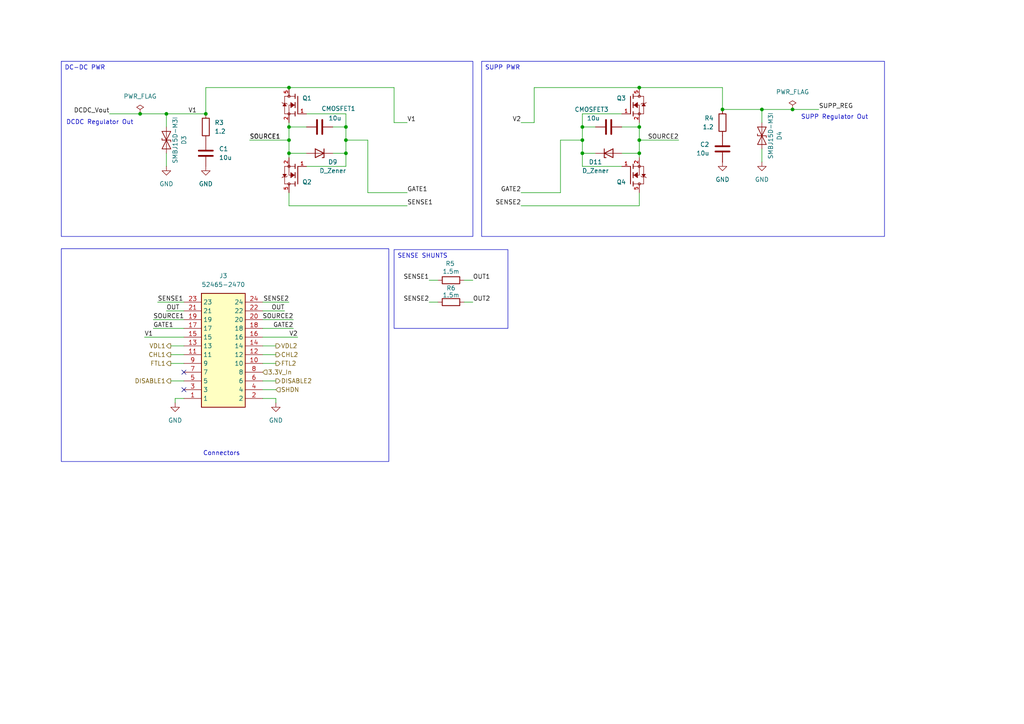
<source format=kicad_sch>
(kicad_sch (version 20250114) (generator "eeschema") (generator_version "9.0")
  (paper "A4")
  (lib_symbols
    (symbol "Device:D_Zener" (pin_numbers (hide yes)) (pin_names (offset 1.016) (hide yes))
      (property "Reference" "D" (at 0 2.54 0))
      (property "Value" "D_Zener" (at 0 -2.54 0))
      (symbol "D_Zener_0_1"
        (polyline (pts (xy -1.27 -1.27) (xy -1.27 1.27) (xy -0.762 1.27)) (stroke (width 0.254)))
        (polyline (pts (xy 1.27 0) (xy -1.27 0)))
        (polyline (pts (xy 1.27 -1.27) (xy 1.27 1.27) (xy -1.27 0) (xy 1.27 -1.27)) (stroke (width 0.254)))
      )
      (symbol "D_Zener_1_1"
        (pin passive line (at -3.81 0 0) (length 2.54) (name "K") (number "1"))
        (pin passive line (at 3.81 0 180) (length 2.54) (name "A") (number "2"))
      )
    )
    (symbol "Device:R" (pin_numbers (hide yes)) (pin_names (offset 0))
      (property "Reference" "R" (at 2.032 0 90))
      (property "Value" "R" (at 0 0 90))
      (symbol "R_0_1"
        (rectangle (start -1.016 -2.54) (end 1.016 2.54) (stroke (width 0.254)))
      )
      (symbol "R_1_1"
        (pin passive line (at 0 3.81 270) (length 1.27) (name "~") (number "1"))
        (pin passive line (at 0 -3.81 90) (length 1.27) (name "~") (number "2"))
      )
    )
    (symbol "ECE319K:C" (pin_numbers (hide yes)) (pin_names (offset 0.254))
      (property "Reference" "C" (at 0.635 2.54 0))
      (property "Value" "C" (at 0.635 -2.54 0))
      (symbol "C_0_1"
        (polyline (pts (xy -2.032 0.762) (xy 2.032 0.762)) (stroke (width 0.508)))
        (polyline (pts (xy -2.032 -0.762) (xy 2.032 -0.762)) (stroke (width 0.508)))
      )
      (symbol "C_1_1"
        (pin passive line (at 0 3.81 270) (length 2.794) (name "~") (number "1"))
        (pin passive line (at 0 -3.81 90) (length 2.794) (name "~") (number "2"))
      )
    )
    (symbol "PowerBoardLib:SMBJ15D-M3I" (pin_numbers (hide yes)) (pin_names (hide yes))
      (property "Reference" "D" (at 0 5.08 0))
      (property "Value" "SMBJ15D-M3I" (at 0 2.54 0))
      (symbol "SMBJ15D-M3I_0_1"
        (polyline (pts (xy -2.54 -1.27) (xy 0 0) (xy -2.54 1.27) (xy -2.54 -1.27)) (stroke (width 0.2032)))
        (polyline (pts (xy 0.508 1.27) (xy 0 1.27) (xy 0 -1.27) (xy -0.508 -1.27)) (stroke (width 0.2032)))
        (polyline (pts (xy 1.27 0) (xy -1.27 0)))
        (polyline (pts (xy 2.54 1.27) (xy 2.54 -1.27) (xy 0 0) (xy 2.54 1.27)) (stroke (width 0.2032)))
      )
      (symbol "SMBJ15D-M3I_1_1"
        (pin passive line (at -3.81 0 0) (length 2.54) (name "K") (number "1"))
        (pin passive line (at 3.81 0 180) (length 2.54) (name "A") (number "2"))
      )
    )
    (symbol "PowerBoardLib:SQJQ140E-T1_GE3" (pin_names (offset 1.016))
      (property "Reference" "Q" (at -8.89 2.54 0))
      (property "Value" "SQJQ140E-T1_GE3" (at -8.89 -7.62 0))
      (symbol "SQJQ140E-T1_GE3_0_0"
        (polyline (pts (xy 0 2.54) (xy 0 -2.54)) (stroke (width 0.254)))
        (polyline (pts (xy 0.762 3.175) (xy 0.762 2.54)) (stroke (width 0.254)))
        (polyline (pts (xy 0.762 2.54) (xy 0.762 1.905)) (stroke (width 0.254)))
        (polyline (pts (xy 0.762 2.54) (xy 3.81 2.54)) (stroke (width 0.1524)))
        (polyline (pts (xy 0.762 0.762) (xy 0.762 0)) (stroke (width 0.254)))
        (polyline (pts (xy 0.762 0) (xy 0.762 -0.762)) (stroke (width 0.254)))
        (polyline (pts (xy 0.762 0) (xy 2.54 0)) (stroke (width 0.1524)))
        (polyline (pts (xy 0.762 -1.905) (xy 0.762 -2.54)) (stroke (width 0.254)))
        (polyline (pts (xy 0.762 -2.54) (xy 0.762 -3.175)) (stroke (width 0.254)))
        (polyline (pts (xy 1.016 0) (xy 2.032 0.762) (xy 2.032 -0.762) (xy 1.016 0)) (stroke (width 0.1524)) (fill (type outline)))
        (circle (center 2.54 2.54) (radius 0.3592))
        (polyline (pts (xy 2.54 0) (xy 2.54 -2.54)) (stroke (width 0.1524)))
        (polyline (pts (xy 2.54 -2.54) (xy 0.762 -2.54)) (stroke (width 0.1524)))
        (polyline (pts (xy 2.54 -2.54) (xy 3.81 -2.54)) (stroke (width 0.1524)))
        (circle (center 2.54 -2.54) (radius 0.3592))
        (polyline (pts (xy 3.302 0.508) (xy 3.048 0.254)) (stroke (width 0.1524)))
        (polyline (pts (xy 3.81 2.54) (xy 3.81 0.508)) (stroke (width 0.1524)))
        (polyline (pts (xy 3.81 0.508) (xy 3.302 0.508)) (stroke (width 0.1524)))
        (polyline (pts (xy 3.81 0.508) (xy 3.81 -2.54)) (stroke (width 0.1524)))
        (polyline (pts (xy 3.81 0.508) (xy 3.302 -0.254) (xy 4.318 -0.254) (xy 3.81 0.508)) (stroke (width 0.1524)) (fill (type outline)))
        (polyline (pts (xy 4.318 0.508) (xy 3.81 0.508)) (stroke (width 0.1524)))
        (polyline (pts (xy 4.572 0.762) (xy 4.318 0.508)) (stroke (width 0.1524)))
        (pin passive line (at -2.54 -2.54 0) (length 2.54) (name "~") (number "1"))
        (pin passive line (at 2.54 5.08 270) (length 2.54) (name "~") (number "5"))
        (pin passive line (at 2.54 -5.08 90) (length 2.54) (name "~") (number "2"))
      )
      (symbol "SQJQ140E-T1_GE3_1_0"
        (pin passive line (at 2.54 -5.08 90) (length 2.54) (hide yes) (name "~") (number "3"))
        (pin passive line (at 2.54 -5.08 90) (length 2.54) (hide yes) (name "~") (number "4"))
      )
    )
    (symbol "power:GND" (power) (pin_numbers (hide yes)) (pin_names (offset 0) (hide yes))
      (property "Value" "GND" (at 0 -3.81 0))
      (symbol "GND_0_1"
        (polyline (pts (xy 0 0) (xy 0 -1.27) (xy 1.27 -1.27) (xy 0 -2.54) (xy -1.27 -1.27) (xy 0 -1.27)))
      )
      (symbol "GND_1_1"
        (pin power_in line (at 0 0 270) (length 0) (name "~") (number "1"))
      )
    )
    (symbol "power:PWR_FLAG" (power) (pin_numbers (hide yes)) (pin_names (offset 0) (hide yes))
      (property "Value" "PWR_FLAG" (at 0 3.81 0))
      (symbol "PWR_FLAG_0_0"
        (pin power_out line (at 0 0 90) (length 0) (name "~") (number "1"))
      )
      (symbol "PWR_FLAG_0_1"
        (polyline (pts (xy 0 0) (xy 0 1.27) (xy -1.016 1.905) (xy 0 2.54) (xy 1.016 1.905) (xy 0 1.27)))
      )
    )
    (symbol "utsvt_connectors:52465-2470"
      (property "Reference" "J" (at 10.16 7.366 0))
      (property "Value" "52465-2470" (at 5.334 4.826 0))
      (symbol "52465-2470_1_1"
        (rectangle (start 5.08 2.54) (end 17.78 -30.48) (stroke (width 0.254)) (fill (type background)))
        (pin passive line (at 0 0 0) (length 5.08) (name "23") (number "23"))
        (pin passive line (at 0 -2.54 0) (length 5.08) (name "21") (number "21"))
        (pin passive line (at 0 -5.08 0) (length 5.08) (name "19") (number "19"))
        (pin passive line (at 0 -7.62 0) (length 5.08) (name "17") (number "17"))
        (pin passive line (at 0 -10.16 0) (length 5.08) (name "15") (number "15"))
        (pin passive line (at 0 -12.7 0) (length 5.08) (name "13") (number "13"))
        (pin passive line (at 0 -15.24 0) (length 5.08) (name "11") (number "11"))
        (pin passive line (at 0 -17.78 0) (length 5.08) (name "9") (number "9"))
        (pin passive line (at 0 -20.32 0) (length 5.08) (name "7") (number "7"))
        (pin passive line (at 0 -22.86 0) (length 5.08) (name "5") (number "5"))
        (pin passive line (at 0 -25.4 0) (length 5.08) (name "3") (number "3"))
        (pin passive line (at 0 -27.94 0) (length 5.08) (name "1") (number "1"))
        (pin passive line (at 22.86 0 180) (length 5.08) (name "24") (number "24"))
        (pin passive line (at 22.86 -2.54 180) (length 5.08) (name "22") (number "22"))
        (pin passive line (at 22.86 -5.08 180) (length 5.08) (name "20") (number "20"))
        (pin passive line (at 22.86 -7.62 180) (length 5.08) (name "18") (number "18"))
        (pin passive line (at 22.86 -10.16 180) (length 5.08) (name "16") (number "16"))
        (pin passive line (at 22.86 -12.7 180) (length 5.08) (name "14") (number "14"))
        (pin passive line (at 22.86 -15.24 180) (length 5.08) (name "12") (number "12"))
        (pin passive line (at 22.86 -17.78 180) (length 5.08) (name "10") (number "10"))
        (pin passive line (at 22.86 -20.32 180) (length 5.08) (name "8") (number "8"))
        (pin passive line (at 22.86 -22.86 180) (length 5.08) (name "6") (number "6"))
        (pin passive line (at 22.86 -25.4 180) (length 5.08) (name "4") (number "4"))
        (pin passive line (at 22.86 -27.94 180) (length 5.08) (name "2") (number "2"))
      )
    )
  )
  (rectangle (start 17.78 72.136) (end 112.776 133.858))
  (text "SUPP Regulator Out\n" (at 242.062 34.036 0) (effects (font (size 1.27 1.27))))
  (text "DCDC Regulator Out\n" (at 28.956 35.56 0) (effects (font (size 1.27 1.27))))
  (text "Connectors\n" (at 64.262 131.572 0) (effects (font (size 1.27 1.27))))
  (text_box "DC-DC PWR" (at 17.78 17.78 0) (size 119.38 50.8) (margins 0.9525 0.9525 0.9525 0.9525) (effects (font (size 1.27 1.27)) (justify left top)))
  (text_box "SENSE SHUNTS\n" (at 114.3 72.39 0) (size 33.02 22.86) (margins 0.9525 0.9525 0.9525 0.9525) (effects (font (size 1.27 1.27)) (justify left top)))
  (text_box "SUPP PWR\n" (at 139.7 17.78 0) (size 116.84 50.8) (margins 0.9525 0.9525 0.9525 0.9525) (effects (font (size 1.27 1.27)) (justify left top)))
  (junction (at 185.42 40.64))
  (junction (at 185.42 44.45))
  (junction (at 168.91 44.45))
  (junction (at 185.42 36.83))
  (junction (at 100.33 40.64))
  (junction (at 220.98 31.75))
  (junction (at 59.69 33.02))
  (junction (at 83.82 25.4))
  (junction (at 40.64 33.02))
  (junction (at 185.42 25.4))
  (junction (at 168.91 40.64))
  (junction (at 83.82 40.64))
  (junction (at 209.55 31.75))
  (junction (at 100.33 36.83))
  (junction (at 100.33 44.45))
  (junction (at 168.91 36.83))
  (junction (at 229.87 31.75))
  (junction (at 48.26 33.02))
  (junction (at 83.82 36.83))
  (junction (at 83.82 44.45))
  (no_connect (at 53.34 113.03))
  (no_connect (at 53.34 107.95))
  (wire (pts (xy 48.26 90.17) (xy 53.34 90.17)))
  (wire (pts (xy 76.2 105.41) (xy 80.01 105.41)))
  (wire (pts (xy 185.42 40.64) (xy 185.42 44.45)))
  (wire (pts (xy 83.82 44.45) (xy 83.82 45.72)))
  (wire (pts (xy 154.94 25.4) (xy 154.94 35.56)))
  (wire (pts (xy 83.82 36.83) (xy 83.82 40.64)))
  (wire (pts (xy 137.16 81.28) (xy 134.62 81.28)))
  (wire (pts (xy 220.98 31.75) (xy 209.55 31.75)))
  (wire (pts (xy 53.34 115.57) (xy 50.8 115.57)))
  (wire (pts (xy 124.46 87.63) (xy 127 87.63)))
  (wire (pts (xy 180.34 48.26) (xy 168.91 48.26)))
  (wire (pts (xy 172.72 44.45) (xy 168.91 44.45)))
  (wire (pts (xy 106.68 55.88) (xy 106.68 40.64)))
  (wire (pts (xy 124.46 81.28) (xy 127 81.28)))
  (wire (pts (xy 185.42 36.83) (xy 185.42 40.64)))
  (wire (pts (xy 168.91 33.02) (xy 168.91 36.83)))
  (wire (pts (xy 83.82 59.69) (xy 118.11 59.69)))
  (wire (pts (xy 49.53 102.87) (xy 53.34 102.87)))
  (wire (pts (xy 185.42 35.56) (xy 185.42 36.83)))
  (wire (pts (xy 31.75 33.02) (xy 40.64 33.02)))
  (wire (pts (xy 220.98 35.56) (xy 220.98 31.75)))
  (wire (pts (xy 41.91 97.79) (xy 53.34 97.79)))
  (wire (pts (xy 134.62 87.63) (xy 137.16 87.63)))
  (wire (pts (xy 96.52 44.45) (xy 100.33 44.45)))
  (wire (pts (xy 168.91 36.83) (xy 168.91 40.64)))
  (wire (pts (xy 48.26 48.26) (xy 48.26 44.45)))
  (wire (pts (xy 180.34 44.45) (xy 185.42 44.45)))
  (wire (pts (xy 76.2 90.17) (xy 82.55 90.17)))
  (wire (pts (xy 76.2 115.57) (xy 80.01 115.57)))
  (wire (pts (xy 114.3 35.56) (xy 118.11 35.56)))
  (wire (pts (xy 76.2 95.25) (xy 85.09 95.25)))
  (wire (pts (xy 44.45 95.25) (xy 53.34 95.25)))
  (wire (pts (xy 162.56 40.64) (xy 168.91 40.64)))
  (wire (pts (xy 83.82 55.88) (xy 83.82 59.69)))
  (wire (pts (xy 100.33 40.64) (xy 100.33 44.45)))
  (wire (pts (xy 50.8 115.57) (xy 50.8 116.84)))
  (wire (pts (xy 49.53 105.41) (xy 53.34 105.41)))
  (wire (pts (xy 44.45 92.71) (xy 53.34 92.71)))
  (wire (pts (xy 76.2 92.71) (xy 85.09 92.71)))
  (wire (pts (xy 151.13 59.69) (xy 185.42 59.69)))
  (wire (pts (xy 172.72 36.83) (xy 168.91 36.83)))
  (wire (pts (xy 151.13 55.88) (xy 162.56 55.88)))
  (wire (pts (xy 59.69 25.4) (xy 83.82 25.4)))
  (wire (pts (xy 76.2 100.33) (xy 80.01 100.33)))
  (wire (pts (xy 72.39 40.64) (xy 83.82 40.64)))
  (wire (pts (xy 100.33 33.02) (xy 100.33 36.83)))
  (wire (pts (xy 229.87 31.75) (xy 220.98 31.75)))
  (wire (pts (xy 229.87 31.75) (xy 237.49 31.75)))
  (wire (pts (xy 96.52 36.83) (xy 100.33 36.83)))
  (wire (pts (xy 45.72 87.63) (xy 53.34 87.63)))
  (wire (pts (xy 106.68 55.88) (xy 118.11 55.88)))
  (wire (pts (xy 88.9 36.83) (xy 83.82 36.83)))
  (wire (pts (xy 100.33 36.83) (xy 100.33 40.64)))
  (wire (pts (xy 83.82 35.56) (xy 83.82 36.83)))
  (wire (pts (xy 76.2 97.79) (xy 86.36 97.79)))
  (wire (pts (xy 76.2 102.87) (xy 80.01 102.87)))
  (wire (pts (xy 180.34 33.02) (xy 168.91 33.02)))
  (wire (pts (xy 180.34 36.83) (xy 185.42 36.83)))
  (wire (pts (xy 76.2 110.49) (xy 80.01 110.49)))
  (wire (pts (xy 59.69 33.02) (xy 59.69 25.4)))
  (wire (pts (xy 185.42 25.4) (xy 209.55 25.4)))
  (wire (pts (xy 76.2 113.03) (xy 80.01 113.03)))
  (wire (pts (xy 114.3 25.4) (xy 114.3 35.56)))
  (wire (pts (xy 88.9 48.26) (xy 100.33 48.26)))
  (wire (pts (xy 76.2 87.63) (xy 83.82 87.63)))
  (wire (pts (xy 83.82 40.64) (xy 83.82 44.45)))
  (wire (pts (xy 154.94 25.4) (xy 185.42 25.4)))
  (wire (pts (xy 48.26 36.83) (xy 48.26 33.02)))
  (wire (pts (xy 83.82 25.4) (xy 114.3 25.4)))
  (wire (pts (xy 168.91 44.45) (xy 168.91 48.26)))
  (wire (pts (xy 100.33 40.64) (xy 106.68 40.64)))
  (wire (pts (xy 209.55 31.75) (xy 209.55 25.4)))
  (wire (pts (xy 185.42 44.45) (xy 185.42 45.72)))
  (wire (pts (xy 49.53 110.49) (xy 53.34 110.49)))
  (wire (pts (xy 100.33 44.45) (xy 100.33 48.26)))
  (wire (pts (xy 40.64 33.02) (xy 48.26 33.02)))
  (wire (pts (xy 185.42 55.88) (xy 185.42 59.69)))
  (wire (pts (xy 49.53 100.33) (xy 53.34 100.33)))
  (wire (pts (xy 88.9 33.02) (xy 100.33 33.02)))
  (wire (pts (xy 80.01 115.57) (xy 80.01 116.84)))
  (wire (pts (xy 220.98 46.99) (xy 220.98 43.18)))
  (wire (pts (xy 196.85 40.64) (xy 185.42 40.64)))
  (wire (pts (xy 88.9 44.45) (xy 83.82 44.45)))
  (wire (pts (xy 162.56 40.64) (xy 162.56 55.88)))
  (wire (pts (xy 48.26 33.02) (xy 59.69 33.02)))
  (wire (pts (xy 168.91 40.64) (xy 168.91 44.45)))
  (wire (pts (xy 154.94 35.56) (xy 151.13 35.56)))
  (label "V1" (at 54.61 33.02 0))
  (label "GATE2" (at 85.09 95.25 180))
  (label "SUPP_REG" (at 237.49 31.75 0))
  (label "SOURCE2" (at 196.85 40.64 180))
  (label "SENSE1" (at 124.46 81.28 180))
  (label "DCDC_Vout" (at 31.75 33.02 180))
  (label "SENSE2" (at 151.13 59.69 180))
  (label "SENSE1" (at 118.11 59.69 0))
  (label "SOURCE1" (at 72.39 40.64 0))
  (label "OUT2" (at 137.16 87.63 0))
  (label "V2" (at 151.13 35.56 180))
  (label "GATE1" (at 118.11 55.88 0))
  (label "OUT" (at 48.26 90.17 0))
  (label "V1" (at 118.11 35.56 0))
  (label "SENSE1" (at 45.72 87.63 0))
  (label "V2" (at 86.36 97.79 180))
  (label "GATE2" (at 151.13 55.88 180))
  (label "SOURCE1" (at 72.39 40.64 0))
  (label "SENSE2" (at 124.46 87.63 180))
  (label "V1" (at 41.91 97.79 0))
  (label "SOURCE2" (at 85.09 92.71 180))
  (label "GATE1" (at 44.45 95.25 0))
  (label "SOURCE1" (at 44.45 92.71 0))
  (label "OUT" (at 82.55 90.17 180))
  (label "SENSE2" (at 83.82 87.63 180))
  (label "OUT1" (at 137.16 81.28 0))
  (hierarchical_label "VDL1" (shape output) (at 49.53 100.33 180))
  (hierarchical_label "DISABLE1" (shape output) (at 49.53 110.49 180))
  (hierarchical_label "FTL2" (shape output) (at 80.01 105.41 0))
  (hierarchical_label "3.3V_In" (shape input) (at 76.2 107.95 0))
  (hierarchical_label "SHDN" (shape input) (at 80.01 113.03 0))
  (hierarchical_label "FTL1" (shape output) (at 49.53 105.41 180))
  (hierarchical_label "DISABLE2" (shape output) (at 80.01 110.49 0))
  (hierarchical_label "VDL2" (shape output) (at 80.01 100.33 0))
  (hierarchical_label "CHL2" (shape output) (at 80.01 102.87 0))
  (hierarchical_label "CHL1" (shape output) (at 49.53 102.87 180))
  (symbol (lib_id "PowerBoardLib:SQJQ140E-T1_GE3") (at 182.88 30.48 0) (unit 1)
    (property "Reference" "Q3" (at 178.816 29.21 0) (effects (justify left bottom)))
    (property "Value" "SQJQ140E-T1_GE3" (effects (hide yes)))
    (property "Footprint" "PowerBoardLib:TO200P800X182-5N" (effects (hide yes)))
    (property "Datasheet" "https://www.vishay.com/docs/77320/sqjq142e.pdf" (effects (hide yes)))
    (property "Description" "460A Id, 40V Vds, N-Channel FET" (effects (hide yes)))
    (property "MF" "Vishay" (effects (hide yes)))
    (property "MAXIMUM_PACKAGE_HEIGHT" "1.827mm" (effects (hide yes)))
    (property "Package" "PowerPAK®-8 Vishay" (effects (hide yes)))
    (property "Price" "None" (effects (hide yes)))
    (property "Check_prices" "https://www.snapeda.com/parts/SQJQ140E-T1_GE3/Vishay/view-part/?ref=eda" (effects (hide yes)))
    (property "STANDARD" "IPC7351B" (effects (hide yes)))
    (property "PARTREV" "05-Aug-2019" (effects (hide yes)))
    (property "SnapEDA_Link" "https://www.snapeda.com/parts/SQJQ140E-T1_GE3/Vishay/view-part/?ref=snap" (effects (hide yes)))
    (property "MP" "SQJQ140E-T1_GE3" (effects (hide yes)))
    (property "Purchase-URL" "https://www.snapeda.com/api/url_track_click_mouser/?unipart_id=9348953&manufacturer=Vishay&part_name=SQJQ140E-T1_GE3&search_term=powerpak® 8 x 8" (effects (hide yes)))
    (property "Description_1" "\nN-Channel 40 V 701A (Tc) 600W (Tc) Surface Mount PowerPAK® 8 x 8\n" (effects (hide yes)))
    (property "MANUFACTURER" "Vishay" (effects (hide yes)))
    (property "Availability" "In Stock" (effects (hide yes)))
    (property "SNAPEDA_PN" "SQJQ140E-T1_GE3" (effects (hide yes)))
    (property "MFG PN" "SQJQ140E-T1_GE3" (effects (hide yes)))
  )
  (symbol (lib_id "Device:R") (at 130.81 87.63 90) (unit 1)
    (property "Reference" "R6" (at 130.81 83.566 90))
    (property "Value" "1.5m" (at 130.81 85.598 90))
    (property "Description" "Resistor" (effects (hide yes)))
  )
  (symbol (lib_id "Device:R") (at 209.55 35.56 0) (mirror y) (unit 1)
    (property "Reference" "R4" (at 207.01 34.2899 0) (effects (justify left)))
    (property "Value" "1.2" (at 207.01 36.8299 0) (effects (justify left)))
    (property "Footprint" "Resistor_SMD:R_0805_2012Metric" (effects (hide yes)))
    (property "Datasheet" "https://www.koaspeer.com/pdfs/RK73H.pdf" (effects (hide yes)))
    (property "Description" "Resistor" (effects (hide yes)))
    (property "MFG PN" "RK73H2ATTD1R20F" (effects (hide yes)))
  )
  (symbol (lib_id "power:GND") (at 209.55 46.99 0) (unit 1)
    (property "Reference" "#PWR012" (effects (hide yes)))
    (property "Value" "GND" (at 209.55 52.07 0))
    (property "Description" "Power symbol creates a global label with name \"GND\" , ground" (effects (hide yes)))
  )
  (symbol (lib_id "Device:R") (at 130.81 81.28 90) (unit 1)
    (property "Reference" "R5" (at 130.556 76.454 90))
    (property "Value" "1.5m" (at 130.81 78.74 90))
    (property "Description" "Resistor" (effects (hide yes)))
  )
  (symbol (lib_id "power:GND") (at 59.69 48.26 0) (unit 1)
    (property "Reference" "#PWR010" (effects (hide yes)))
    (property "Value" "GND" (at 59.69 53.34 0))
    (property "Description" "Power symbol creates a global label with name \"GND\" , ground" (effects (hide yes)))
  )
  (symbol (lib_id "PowerBoardLib:SQJQ140E-T1_GE3") (at 182.88 50.8 0) (mirror x) (unit 1)
    (property "Reference" "Q4" (at 178.816 52.07 0) (effects (justify left bottom)))
    (property "Value" "SQJQ140E-T1_GE3" (effects (hide yes)))
    (property "Footprint" "PowerBoardLib:TO200P800X182-5N" (effects (hide yes)))
    (property "Datasheet" "https://www.vishay.com/docs/77320/sqjq142e.pdf" (effects (hide yes)))
    (property "Description" "460A Id, 40V Vds, N-Channel FET" (effects (hide yes)))
    (property "MF" "Vishay" (effects (hide yes)))
    (property "MAXIMUM_PACKAGE_HEIGHT" "1.827mm" (effects (hide yes)))
    (property "Package" "PowerPAK®-8 Vishay" (effects (hide yes)))
    (property "Price" "None" (effects (hide yes)))
    (property "Check_prices" "https://www.snapeda.com/parts/SQJQ140E-T1_GE3/Vishay/view-part/?ref=eda" (effects (hide yes)))
    (property "STANDARD" "IPC7351B" (effects (hide yes)))
    (property "PARTREV" "05-Aug-2019" (effects (hide yes)))
    (property "SnapEDA_Link" "https://www.snapeda.com/parts/SQJQ140E-T1_GE3/Vishay/view-part/?ref=snap" (effects (hide yes)))
    (property "MP" "SQJQ140E-T1_GE3" (effects (hide yes)))
    (property "Purchase-URL" "https://www.snapeda.com/api/url_track_click_mouser/?unipart_id=9348953&manufacturer=Vishay&part_name=SQJQ140E-T1_GE3&search_term=powerpak® 8 x 8" (effects (hide yes)))
    (property "Description_1" "\nN-Channel 40 V 701A (Tc) 600W (Tc) Surface Mount PowerPAK® 8 x 8\n" (effects (hide yes)))
    (property "MANUFACTURER" "Vishay" (effects (hide yes)))
    (property "Availability" "In Stock" (effects (hide yes)))
    (property "SNAPEDA_PN" "SQJQ140E-T1_GE3" (effects (hide yes)))
    (property "MFG PN" "SQJQ140E-T1_GE3" (effects (hide yes)))
  )
  (symbol (lib_id "Device:D_Zener") (at 176.53 44.45 0) (mirror x) (unit 1)
    (property "Reference" "D11" (at 172.72 46.99 0))
    (property "Value" "D_Zener" (at 172.72 49.53 0))
    (property "Footprint" "Diode_SMD:D_SOD-523" (effects (hide yes)))
    (property "Datasheet" "https://www.mouser.com/datasheet/2/115/DIOD_S_A0003550665_1-2542209.pdf" (effects (hide yes)))
    (property "Description" "Zener diode" (effects (hide yes)))
    (property "MFG PN" "DDZ9703T-7" (effects (hide yes)))
  )
  (symbol (lib_id "PowerBoardLib:SQJQ140E-T1_GE3") (at 86.36 50.8 180) (unit 1)
    (property "Reference" "Q2" (at 90.424 52.07 0) (effects (justify left bottom)))
    (property "Value" "SQJQ140E-T1_GE3" (effects (hide yes)))
    (property "Footprint" "PowerBoardLib:TO200P800X182-5N" (effects (hide yes)))
    (property "Datasheet" "https://www.vishay.com/docs/77320/sqjq142e.pdf" (effects (hide yes)))
    (property "Description" "460A Id, 40V Vds, N-Channel FET" (effects (hide yes)))
    (property "MF" "Vishay" (effects (hide yes)))
    (property "MAXIMUM_PACKAGE_HEIGHT" "1.827mm" (effects (hide yes)))
    (property "Package" "PowerPAK®-8 Vishay" (effects (hide yes)))
    (property "Price" "None" (effects (hide yes)))
    (property "Check_prices" "https://www.snapeda.com/parts/SQJQ140E-T1_GE3/Vishay/view-part/?ref=eda" (effects (hide yes)))
    (property "STANDARD" "IPC7351B" (effects (hide yes)))
    (property "PARTREV" "05-Aug-2019" (effects (hide yes)))
    (property "SnapEDA_Link" "https://www.snapeda.com/parts/SQJQ140E-T1_GE3/Vishay/view-part/?ref=snap" (effects (hide yes)))
    (property "MP" "SQJQ140E-T1_GE3" (effects (hide yes)))
    (property "Purchase-URL" "https://www.snapeda.com/api/url_track_click_mouser/?unipart_id=9348953&manufacturer=Vishay&part_name=SQJQ140E-T1_GE3&search_term=powerpak® 8 x 8" (effects (hide yes)))
    (property "Description_1" "\nN-Channel 40 V 701A (Tc) 600W (Tc) Surface Mount PowerPAK® 8 x 8\n" (effects (hide yes)))
    (property "MANUFACTURER" "Vishay" (effects (hide yes)))
    (property "Availability" "In Stock" (effects (hide yes)))
    (property "SNAPEDA_PN" "SQJQ140E-T1_GE3" (effects (hide yes)))
    (property "MFG PN" "SQJQ140E-T1_GE3" (effects (hide yes)))
  )
  (symbol (lib_id "ECE319K:C") (at 209.55 43.18 0) (mirror y) (unit 1)
    (property "Reference" "C2" (at 205.74 41.9099 0) (effects (justify left)))
    (property "Value" "10u" (at 205.74 44.4499 0) (effects (justify left)))
    (property "Footprint" "Capacitor_SMD:C_0805_2012Metric" (effects (hide yes)))
    (property "Datasheet" "https://www.mouser.com/datasheet/2/396/taiyo_yuden_12132018_mlcc11_hq_e-1510082.pdf" (effects (hide yes)))
    (property "Description" "Unpolarized capacitor" (effects (hide yes)))
    (property "MFG PN" "TMK212BBJ106MGHT" (effects (hide yes)))
  )
  (symbol (lib_id "power:GND") (at 220.98 46.99 0) (unit 1)
    (property "Reference" "#PWR014" (effects (hide yes)))
    (property "Value" "GND" (at 220.98 52.07 0))
    (property "Description" "Power symbol creates a global label with name \"GND\" , ground" (effects (hide yes)))
  )
  (symbol (lib_id "PowerBoardLib:SMBJ15D-M3I") (at 220.98 39.37 270) (unit 1)
    (property "Reference" "D4" (at 226.06 39.37 0))
    (property "Value" "SMBJ15D-M3I" (at 223.52 39.37 0))
    (property "Footprint" "PowerBoardLib:P26_DO-214AA_SMB" (effects (hide yes)))
    (property "Datasheet" "https://www.vishay.com/docs/87606/smbj5cdthrusmbj120cd.pdf" (effects (hide yes)))
    (property "Description" "Bidirectional TVS Diode" (effects (hide yes)))
    (property "MFG PN" "SMBJ15D-M3I" (effects (hide yes)))
  )
  (symbol (lib_id "ECE319K:C") (at 59.69 44.45 0) (unit 1)
    (property "Reference" "C1" (at 63.5 43.1799 0) (effects (justify left)))
    (property "Value" "10u" (at 63.5 45.7199 0) (effects (justify left)))
    (property "Footprint" "Capacitor_SMD:C_0805_2012Metric" (effects (hide yes)))
    (property "Datasheet" "https://www.mouser.com/datasheet/2/396/taiyo_yuden_12132018_mlcc11_hq_e-1510082.pdf" (effects (hide yes)))
    (property "Description" "Unpolarized capacitor" (effects (hide yes)))
    (property "MFG PN" "TMK212BBJ106MGHT" (effects (hide yes)))
  )
  (symbol (lib_id "ECE319K:C") (at 92.71 36.83 270) (unit 1)
    (property "Reference" "CMOSFET1" (at 93.218 31.496 90) (effects (justify left)))
    (property "Value" "10u" (at 95.25 34.29 90) (effects (justify left)))
    (property "Footprint" "Capacitor_SMD:C_0805_2012Metric" (effects (hide yes)))
    (property "Datasheet" "https://www.mouser.com/datasheet/2/396/taiyo_yuden_12132018_mlcc11_hq_e-1510082.pdf" (effects (hide yes)))
    (property "Description" "Unpolarized capacitor" (effects (hide yes)))
    (property "MFG PN" "TMK212BBJ106MGHT" (effects (hide yes)))
  )
  (symbol (lib_id "power:GND") (at 80.01 116.84 0) (unit 1)
    (property "Reference" "#PWR032" (effects (hide yes)))
    (property "Value" "GND" (at 80.01 121.92 0))
    (property "Description" "Power symbol creates a global label with name \"GND\" , ground" (effects (hide yes)))
  )
  (symbol (lib_id "power:PWR_FLAG") (at 229.87 31.75 0) (unit 1)
    (property "Reference" "#FLG03" (effects (hide yes)))
    (property "Value" "PWR_FLAG" (at 229.87 26.67 0))
    (property "Description" "Special symbol for telling ERC where power comes from" (effects (hide yes)))
  )
  (symbol (lib_id "power:GND") (at 48.26 48.26 0) (unit 1)
    (property "Reference" "#PWR09" (effects (hide yes)))
    (property "Value" "GND" (at 48.26 53.34 0))
    (property "Description" "Power symbol creates a global label with name \"GND\" , ground" (effects (hide yes)))
  )
  (symbol (lib_id "power:PWR_FLAG") (at 40.64 33.02 0) (unit 1)
    (property "Reference" "#FLG02" (effects (hide yes)))
    (property "Value" "PWR_FLAG" (at 40.64 27.94 0))
    (property "Description" "Special symbol for telling ERC where power comes from" (effects (hide yes)))
  )
  (symbol (lib_id "PowerBoardLib:SMBJ15D-M3I") (at 48.26 40.64 270) (unit 1)
    (property "Reference" "D3" (at 53.34 40.64 0))
    (property "Value" "SMBJ15D-M3I" (at 50.8 40.64 0))
    (property "Footprint" "PowerBoardLib:P26_DO-214AA_SMB" (effects (hide yes)))
    (property "Datasheet" "https://www.vishay.com/docs/87606/smbj5cdthrusmbj120cd.pdf" (effects (hide yes)))
    (property "Description" "Bidirectional TVS Diode" (effects (hide yes)))
    (property "MFG PN" "SMBJ15D-M3I" (effects (hide yes)))
  )
  (symbol (lib_id "ECE319K:C") (at 176.53 36.83 90) (mirror x) (unit 1)
    (property "Reference" "CMOSFET3" (at 176.53 31.75 90) (effects (justify left)))
    (property "Value" "10u" (at 173.99 34.29 90) (effects (justify left)))
    (property "Footprint" "Capacitor_SMD:C_0805_2012Metric" (effects (hide yes)))
    (property "Datasheet" "https://www.mouser.com/datasheet/2/396/taiyo_yuden_12132018_mlcc11_hq_e-1510082.pdf" (effects (hide yes)))
    (property "Description" "Unpolarized capacitor" (effects (hide yes)))
    (property "MFG PN" "TMK212BBJ106MGHT" (effects (hide yes)))
  )
  (symbol (lib_id "PowerBoardLib:SQJQ140E-T1_GE3") (at 86.36 30.48 0) (mirror y) (unit 1)
    (property "Reference" "Q1" (at 90.424 29.21 0) (effects (justify left bottom)))
    (property "Value" "SQJQ140E-T1_GE3" (effects (hide yes)))
    (property "Footprint" "PowerBoardLib:TO200P800X182-5N" (effects (hide yes)))
    (property "Datasheet" "https://www.vishay.com/docs/77320/sqjq142e.pdf" (effects (hide yes)))
    (property "Description" "460A Id, 40V Vds, N-Channel FET" (effects (hide yes)))
    (property "MF" "Vishay" (effects (hide yes)))
    (property "MAXIMUM_PACKAGE_HEIGHT" "1.827mm" (effects (hide yes)))
    (property "Package" "PowerPAK®-8 Vishay" (effects (hide yes)))
    (property "Price" "None" (effects (hide yes)))
    (property "Check_prices" "https://www.snapeda.com/parts/SQJQ140E-T1_GE3/Vishay/view-part/?ref=eda" (effects (hide yes)))
    (property "STANDARD" "IPC7351B" (effects (hide yes)))
    (property "PARTREV" "05-Aug-2019" (effects (hide yes)))
    (property "SnapEDA_Link" "https://www.snapeda.com/parts/SQJQ140E-T1_GE3/Vishay/view-part/?ref=snap" (effects (hide yes)))
    (property "MP" "SQJQ140E-T1_GE3" (effects (hide yes)))
    (property "Purchase-URL" "https://www.snapeda.com/api/url_track_click_mouser/?unipart_id=9348953&manufacturer=Vishay&part_name=SQJQ140E-T1_GE3&search_term=powerpak® 8 x 8" (effects (hide yes)))
    (property "Description_1" "\nN-Channel 40 V 701A (Tc) 600W (Tc) Surface Mount PowerPAK® 8 x 8\n" (effects (hide yes)))
    (property "MANUFACTURER" "Vishay" (effects (hide yes)))
    (property "Availability" "In Stock" (effects (hide yes)))
    (property "SNAPEDA_PN" "SQJQ140E-T1_GE3" (effects (hide yes)))
    (property "MFG PN" "SQJQ140E-T1_GE3" (effects (hide yes)))
  )
  (symbol (lib_id "Device:R") (at 59.69 36.83 0) (unit 1)
    (property "Reference" "R3" (at 62.23 35.5599 0) (effects (justify left)))
    (property "Value" "1.2" (at 62.23 38.0999 0) (effects (justify left)))
    (property "Footprint" "Resistor_SMD:R_0805_2012Metric" (effects (hide yes)))
    (property "Datasheet" "https://www.koaspeer.com/pdfs/RK73H.pdf" (effects (hide yes)))
    (property "Description" "Resistor" (effects (hide yes)))
    (property "MFG PN" "RK73H2ATTD1R20F" (effects (hide yes)))
  )
  (symbol (lib_id "Device:D_Zener") (at 92.71 44.45 180) (unit 1)
    (property "Reference" "D9" (at 96.52 46.99 0))
    (property "Value" "D_Zener" (at 96.52 49.53 0))
    (property "Footprint" "Diode_SMD:D_SOD-523" (effects (hide yes)))
    (property "Datasheet" "https://www.mouser.com/datasheet/2/115/DIOD_S_A0003550665_1-2542209.pdf" (effects (hide yes)))
    (property "Description" "Zener diode" (effects (hide yes)))
    (property "MFG PN" "DDZ9703T-7" (effects (hide yes)))
  )
  (symbol (lib_id "power:GND") (at 50.8 116.84 0) (unit 1)
    (property "Reference" "#PWR031" (effects (hide yes)))
    (property "Value" "GND" (at 50.8 121.92 0))
    (property "Description" "Power symbol creates a global label with name \"GND\" , ground" (effects (hide yes)))
  )
  (symbol (lib_id "utsvt_connectors:52465-2470") (at 53.34 87.63 0) (unit 1)
    (property "Reference" "J3" (at 64.77 80.01 0))
    (property "Value" "52465-2470" (at 64.77 82.55 0))
    (property "Footprint" "UTSVT_Connectors:524652470" (effects (hide yes)))
    (property "Datasheet" "https://www.molex.com/pdm_docs/sd/524652470_sd.pdf" (effects (hide yes)))
    (property "Description" "24 pin board-board connector" (effects (hide yes)))
    (property "Height" "3.55" (effects (hide yes)))
    (property "Mouser Part Number" "538-52465-2470" (effects (hide yes)))
    (property "Mouser Price/Stock" "https://www.mouser.co.uk/ProductDetail/Molex/52465-2470?qs=sEN%2FkO1EG6Yhu4DkZwbE7Q%3D%3D" (effects (hide yes)))
    (property "Manufacturer_Name" "Molex" (effects (hide yes)))
    (property "P/N" "52465-2470" (effects (hide yes)))
  )
)
</source>
